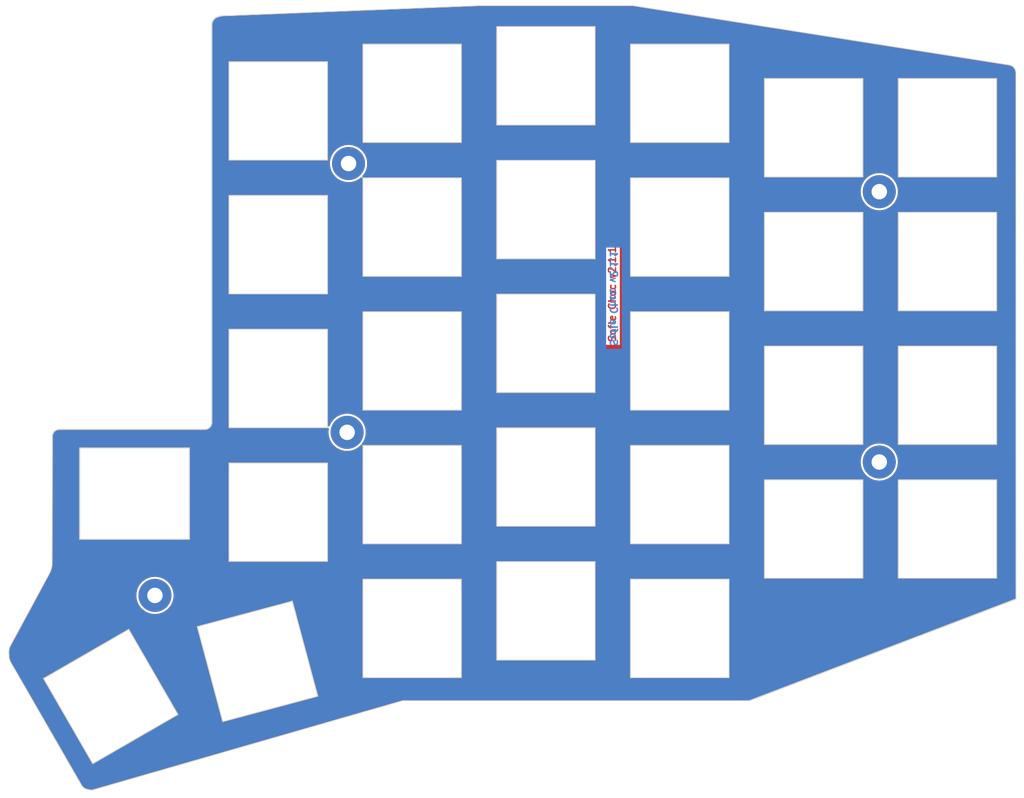
<source format=kicad_pcb>
(kicad_pcb (version 20221018) (generator pcbnew)
  (layers (0 "F.Cu" signal) (31 "B.Cu" signal) (34 "B.Paste" user) (35 "F.Paste" user) (36 "B.SilkS" user "B.Silkscreen") (37 "F.SilkS" user "F.Silkscreen") (38 "B.Mask" user) (39 "F.Mask" user) (44 "Edge.Cuts" user))
  (net 0 "")
  (footprint "SofleKeyboard-footprint:HOLE_M2_TH" (layer "F.Cu") (at 207.22 63.22)
    (fp_text reference "TH4" hide)
    (fp_text value "HOLE" hide)
    (pad "" thru_hole circle (at -0.225 -0.275 90) (size 4.7 4.7) (drill 2.2) (layers "*.Cu" "*.Mask" "Dwgs.User") (clearance 0.3))
  )
  (footprint "SofleKeyboard-footprint:HOLE_M2_TH" (layer "F.Cu") (at 131.4278 59.0114)
    (fp_text reference "TH3" hide)
    (fp_text value "HOLE" hide)
    (pad "" thru_hole circle (at 0.025 -0.075 90) (size 4.7 4.7) (drill 2.2) (layers "*.Cu" "*.Mask" "Dwgs.User") (clearance 0.3))
  )
  (footprint "SofleKeyboard-footprint:HOLE_M2_TH" (layer "F.Cu") (at 207.17 101.47)
    (fp_text reference "TH6" hide)
    (fp_text value "HOLE" hide)
    (pad "" thru_hole circle (at -0.175 -0.025 90) (size 4.7 4.7) (drill 2.2) (layers "*.Cu" "*.Mask" "Dwgs.User") (clearance 0.3))
  )
  (footprint "SofleKeyboard-footprint:HOLE_M2_TH" (layer "F.Cu") (at 131.2778 97.2914)
    (fp_text reference "TH5" hide)
    (fp_text value "HOLE" hide)
    (pad "" thru_hole circle (at -0.025 -0.075 90) (size 4.7 4.7) (drill 2.2) (layers "*.Cu" "*.Mask" "Dwgs.User") (clearance 0.3))
  )
  (footprint "SofleKeyboard-footprint:HOLE_M2_TH" (layer "F.Cu") (at 103.8978 120.4414 90)
    (fp_text reference "TH7" hide)
    (fp_text value "HOLE" hide)
    (pad "" thru_hole circle (at 0 0 180) (size 4.7 4.7) (drill 2.2) (layers "*.Cu" "*.Mask" "Dwgs.User") (clearance 0.3))
  )
  (footprint "SofleChocTop:SW_Hole" (layer "F.Cu") (at 216.6978 53.8414)
    (fp_text reference "SW2" hide)
    (fp_text value "KEY_SWITCH" hide)
    (fp_line (start -7 -7) (end -7 7) (stroke (width 0.12)) (layer "Edge.Cuts"))
    (fp_line (start -7 7) (end 7 7) (stroke (width 0.12)) (layer "Edge.Cuts"))
    (fp_line (start 7 -7) (end -7 -7) (stroke (width 0.12)) (layer "Edge.Cuts"))
    (fp_line (start 7 7) (end 7 -7) (stroke (width 0.12)) (layer "Edge.Cuts"))
  )
  (footprint "SofleChocTop:SW_Hole" (layer "F.Cu") (at 197.6478 53.8414)
    (fp_text reference "SW2" hide)
    (fp_text value "KEY_SWITCH" hide)
    (fp_line (start -7 -7) (end -7 7) (stroke (width 0.12)) (layer "Edge.Cuts"))
    (fp_line (start -7 7) (end 7 7) (stroke (width 0.12)) (layer "Edge.Cuts"))
    (fp_line (start 7 -7) (end -7 -7) (stroke (width 0.12)) (layer "Edge.Cuts"))
    (fp_line (start 7 7) (end 7 -7) (stroke (width 0.12)) (layer "Edge.Cuts"))
  )
  (footprint "SofleChocTop:SW_Hole" (layer "F.Cu") (at 197.6478 72.8914)
    (fp_text reference "SW2" hide)
    (fp_text value "KEY_SWITCH" hide)
    (fp_line (start -7 -7) (end -7 7) (stroke (width 0.12)) (layer "Edge.Cuts"))
    (fp_line (start -7 7) (end 7 7) (stroke (width 0.12)) (layer "Edge.Cuts"))
    (fp_line (start 7 -7) (end -7 -7) (stroke (width 0.12)) (layer "Edge.Cuts"))
    (fp_line (start 7 7) (end 7 -7) (stroke (width 0.12)) (layer "Edge.Cuts"))
  )
  (footprint "SofleChocTop:SW_Hole" (layer "F.Cu") (at 216.6978 72.8914)
    (fp_text reference "SW2" hide)
    (fp_text value "KEY_SWITCH" hide)
    (fp_line (start -7 -7) (end -7 7) (stroke (width 0.12)) (layer "Edge.Cuts"))
    (fp_line (start -7 7) (end 7 7) (stroke (width 0.12)) (layer "Edge.Cuts"))
    (fp_line (start 7 -7) (end -7 -7) (stroke (width 0.12)) (layer "Edge.Cuts"))
    (fp_line (start 7 7) (end 7 -7) (stroke (width 0.12)) (layer "Edge.Cuts"))
  )
  (footprint "SofleChocTop:SW_Hole" (layer "F.Cu") (at 197.6478 91.9414)
    (fp_text reference "SW2" hide)
    (fp_text value "KEY_SWITCH" hide)
    (fp_line (start -7 -7) (end -7 7) (stroke (width 0.12)) (layer "Edge.Cuts"))
    (fp_line (start -7 7) (end 7 7) (stroke (width 0.12)) (layer "Edge.Cuts"))
    (fp_line (start 7 -7) (end -7 -7) (stroke (width 0.12)) (layer "Edge.Cuts"))
    (fp_line (start 7 7) (end 7 -7) (stroke (width 0.12)) (layer "Edge.Cuts"))
  )
  (footprint "SofleChocTop:SW_Hole" (layer "F.Cu") (at 216.6978 91.9414)
    (fp_text reference "SW2" hide)
    (fp_text value "KEY_SWITCH" hide)
    (fp_line (start -7 -7) (end -7 7) (stroke (width 0.12)) (layer "Edge.Cuts"))
    (fp_line (start -7 7) (end 7 7) (stroke (width 0.12)) (layer "Edge.Cuts"))
    (fp_line (start 7 -7) (end -7 -7) (stroke (width 0.12)) (layer "Edge.Cuts"))
    (fp_line (start 7 7) (end 7 -7) (stroke (width 0.12)) (layer "Edge.Cuts"))
  )
  (footprint "SofleChocTop:SW_Hole" (layer "F.Cu") (at 197.6478 110.9914)
    (fp_text reference "SW2" hide)
    (fp_text value "KEY_SWITCH" hide)
    (fp_line (start -7 -7) (end -7 7) (stroke (width 0.12)) (layer "Edge.Cuts"))
    (fp_line (start -7 7) (end 7 7) (stroke (width 0.12)) (layer "Edge.Cuts"))
    (fp_line (start 7 -7) (end -7 -7) (stroke (width 0.12)) (layer "Edge.Cuts"))
    (fp_line (start 7 7) (end 7 -7) (stroke (width 0.12)) (layer "Edge.Cuts"))
  )
  (footprint "SofleChocTop:SW_Hole" (layer "F.Cu") (at 178.5978 48.9414)
    (fp_text reference "SW2" hide)
    (fp_text value "KEY_SWITCH" hide)
    (fp_line (start -7 -7) (end -7 7) (stroke (width 0.12)) (layer "Edge.Cuts"))
    (fp_line (start -7 7) (end 7 7) (stroke (width 0.12)) (layer "Edge.Cuts"))
    (fp_line (start 7 -7) (end -7 -7) (stroke (width 0.12)) (layer "Edge.Cuts"))
    (fp_line (start 7 7) (end 7 -7) (stroke (width 0.12)) (layer "Edge.Cuts"))
  )
  (footprint "SofleChocTop:SW_Hole" (layer "F.Cu") (at 178.5978 67.9914)
    (fp_text reference "SW2" hide)
    (fp_text value "KEY_SWITCH" hide)
    (fp_line (start -7 -7) (end -7 7) (stroke (width 0.12)) (layer "Edge.Cuts"))
    (fp_line (start -7 7) (end 7 7) (stroke (width 0.12)) (layer "Edge.Cuts"))
    (fp_line (start 7 -7) (end -7 -7) (stroke (width 0.12)) (layer "Edge.Cuts"))
    (fp_line (start 7 7) (end 7 -7) (stroke (width 0.12)) (layer "Edge.Cuts"))
  )
  (footprint "SofleChocTop:SW_Hole" (layer "F.Cu") (at 178.5978 87.0414)
    (fp_text reference "SW2" hide)
    (fp_text value "KEY_SWITCH" hide)
    (fp_line (start -7 -7) (end -7 7) (stroke (width 0.12)) (layer "Edge.Cuts"))
    (fp_line (start -7 7) (end 7 7) (stroke (width 0.12)) (layer "Edge.Cuts"))
    (fp_line (start 7 -7) (end -7 -7) (stroke (width 0.12)) (layer "Edge.Cuts"))
    (fp_line (start 7 7) (end 7 -7) (stroke (width 0.12)) (layer "Edge.Cuts"))
  )
  (footprint "SofleChocTop:SW_Hole" (layer "F.Cu") (at 178.5978 106.0914)
    (fp_text reference "SW2" hide)
    (fp_text value "KEY_SWITCH" hide)
    (fp_line (start -7 -7) (end -7 7) (stroke (width 0.12)) (layer "Edge.Cuts"))
    (fp_line (start -7 7) (end 7 7) (stroke (width 0.12)) (layer "Edge.Cuts"))
    (fp_line (start 7 -7) (end -7 -7) (stroke (width 0.12)) (layer "Edge.Cuts"))
    (fp_line (start 7 7) (end 7 -7) (stroke (width 0.12)) (layer "Edge.Cuts"))
  )
  (footprint "SofleChocTop:SW_Hole" (layer "F.Cu") (at 178.5978 125.1414)
    (fp_text reference "SW2" hide)
    (fp_text value "KEY_SWITCH" hide)
    (fp_line (start -7 -7) (end -7 7) (stroke (width 0.12)) (layer "Edge.Cuts"))
    (fp_line (start -7 7) (end 7 7) (stroke (width 0.12)) (layer "Edge.Cuts"))
    (fp_line (start 7 -7) (end -7 -7) (stroke (width 0.12)) (layer "Edge.Cuts"))
    (fp_line (start 7 7) (end 7 -7) (stroke (width 0.12)) (layer "Edge.Cuts"))
  )
  (footprint "SofleChocTop:SW_Hole" (layer "F.Cu") (at 159.5478 46.4414)
    (fp_text reference "SW2" hide)
    (fp_text value "KEY_SWITCH" hide)
    (fp_line (start -7 -7) (end -7 7) (stroke (width 0.12)) (layer "Edge.Cuts"))
    (fp_line (start -7 7) (end 7 7) (stroke (width 0.12)) (layer "Edge.Cuts"))
    (fp_line (start 7 -7) (end -7 -7) (stroke (width 0.12)) (layer "Edge.Cuts"))
    (fp_line (start 7 7) (end 7 -7) (stroke (width 0.12)) (layer "Edge.Cuts"))
  )
  (footprint "SofleChocTop:SW_Hole" (layer "F.Cu") (at 159.5478 65.4914)
    (fp_text reference "SW2" hide)
    (fp_text value "KEY_SWITCH" hide)
    (fp_line (start -7 -7) (end -7 7) (stroke (width 0.12)) (layer "Edge.Cuts"))
    (fp_line (start -7 7) (end 7 7) (stroke (width 0.12)) (layer "Edge.Cuts"))
    (fp_line (start 7 -7) (end -7 -7) (stroke (width 0.12)) (layer "Edge.Cuts"))
    (fp_line (start 7 7) (end 7 -7) (stroke (width 0.12)) (layer "Edge.Cuts"))
  )
  (footprint "SofleChocTop:SW_Hole" (layer "F.Cu") (at 159.5478 84.5414)
    (fp_text reference "SW2" hide)
    (fp_text value "KEY_SWITCH" hide)
    (fp_line (start -7 -7) (end -7 7) (stroke (width 0.12)) (layer "Edge.Cuts"))
    (fp_line (start -7 7) (end 7 7) (stroke (width 0.12)) (layer "Edge.Cuts"))
    (fp_line (start 7 -7) (end -7 -7) (stroke (width 0.12)) (layer "Edge.Cuts"))
    (fp_line (start 7 7) (end 7 -7) (stroke (width 0.12)) (layer "Edge.Cuts"))
  )
  (footprint "SofleChocTop:SW_Hole" (layer "F.Cu") (at 159.5478 103.5914)
    (fp_text reference "SW2" hide)
    (fp_text value "KEY_SWITCH" hide)
    (fp_line (start -7 -7) (end -7 7) (stroke (width 0.12)) (layer "Edge.Cuts"))
    (fp_line (start -7 7) (end 7 7) (stroke (width 0.12)) (layer "Edge.Cuts"))
    (fp_line (start 7 -7) (end -7 -7) (stroke (width 0.12)) (layer "Edge.Cuts"))
    (fp_line (start 7 7) (end 7 -7) (stroke (width 0.12)) (layer "Edge.Cuts"))
  )
  (footprint "SofleChocTop:SW_Hole" (layer "F.Cu") (at 159.5478 122.6414)
    (fp_text reference "SW2" hide)
    (fp_text value "KEY_SWITCH" hide)
    (fp_line (start -7 -7) (end -7 7) (stroke (width 0.12)) (layer "Edge.Cuts"))
    (fp_line (start -7 7) (end 7 7) (stroke (width 0.12)) (layer "Edge.Cuts"))
    (fp_line (start 7 -7) (end -7 -7) (stroke (width 0.12)) (layer "Edge.Cuts"))
    (fp_line (start 7 7) (end 7 -7) (stroke (width 0.12)) (layer "Edge.Cuts"))
  )
  (footprint "SofleChocTop:SW_Hole" (layer "F.Cu") (at 140.4978 48.9414)
    (fp_text reference "SW2" hide)
    (fp_text value "KEY_SWITCH" hide)
    (fp_line (start -7 -7) (end -7 7) (stroke (width 0.12)) (layer "Edge.Cuts"))
    (fp_line (start -7 7) (end 7 7) (stroke (width 0.12)) (layer "Edge.Cuts"))
    (fp_line (start 7 -7) (end -7 -7) (stroke (width 0.12)) (layer "Edge.Cuts"))
    (fp_line (start 7 7) (end 7 -7) (stroke (width 0.12)) (layer "Edge.Cuts"))
  )
  (footprint "SofleChocTop:SW_Hole" (layer "F.Cu") (at 140.4978 67.9914)
    (fp_text reference "SW2" hide)
    (fp_text value "KEY_SWITCH" hide)
    (fp_line (start -7 -7) (end -7 7) (stroke (width 0.12)) (layer "Edge.Cuts"))
    (fp_line (start -7 7) (end 7 7) (stroke (width 0.12)) (layer "Edge.Cuts"))
    (fp_line (start 7 -7) (end -7 -7) (stroke (width 0.12)) (layer "Edge.Cuts"))
    (fp_line (start 7 7) (end 7 -7) (stroke (width 0.12)) (layer "Edge.Cuts"))
  )
  (footprint "SofleChocTop:SW_Hole" (layer "F.Cu") (at 140.4978 87.0414)
    (fp_text reference "SW2" hide)
    (fp_text value "KEY_SWITCH" hide)
    (fp_line (start -7 -7) (end -7 7) (stroke (width 0.12)) (layer "Edge.Cuts"))
    (fp_line (start -7 7) (end 7 7) (stroke (width 0.12)) (layer "Edge.Cuts"))
    (fp_line (start 7 -7) (end -7 -7) (stroke (width 0.12)) (layer "Edge.Cuts"))
    (fp_line (start 7 7) (end 7 -7) (stroke (width 0.12)) (layer "Edge.Cuts"))
  )
  (footprint "SofleChocTop:SW_Hole" (layer "F.Cu") (at 140.4978 106.0914)
    (fp_text reference "SW2" hide)
    (fp_text value "KEY_SWITCH" hide)
    (fp_line (start -7 -7) (end -7 7) (stroke (width 0.12)) (layer "Edge.Cuts"))
    (fp_line (start -7 7) (end 7 7) (stroke (width 0.12)) (layer "Edge.Cuts"))
    (fp_line (start 7 -7) (end -7 -7) (stroke (width 0.12)) (layer "Edge.Cuts"))
    (fp_line (start 7 7) (end 7 -7) (stroke (width 0.12)) (layer "Edge.Cuts"))
  )
  (footprint "SofleChocTop:SW_Hole" (layer "F.Cu") (at 140.4978 125.1414)
    (fp_text reference "SW2" hide)
    (fp_text value "KEY_SWITCH" hide)
    (fp_line (start -7 -7) (end -7 7) (stroke (width 0.12)) (layer "Edge.Cuts"))
    (fp_line (start -7 7) (end 7 7) (stroke (width 0.12)) (layer "Edge.Cuts"))
    (fp_line (start 7 -7) (end -7 -7) (stroke (width 0.12)) (layer "Edge.Cuts"))
    (fp_line (start 7 7) (end 7 -7) (stroke (width 0.12)) (layer "Edge.Cuts"))
  )
  (footprint "SofleChocTop:SW_Hole" (layer "F.Cu") (at 121.4478 51.4414)
    (fp_text reference "SW2" hide)
    (fp_text value "KEY_SWITCH" hide)
    (fp_line (start -7 -7) (end -7 7) (stroke (width 0.12)) (layer "Edge.Cuts"))
    (fp_line (start -7 7) (end 7 7) (stroke (width 0.12)) (layer "Edge.Cuts"))
    (fp_line (start 7 -7) (end -7 -7) (stroke (width 0.12)) (layer "Edge.Cuts"))
    (fp_line (start 7 7) (end 7 -7) (stroke (width 0.12)) (layer "Edge.Cuts"))
  )
  (footprint "SofleChocTop:SW_Hole" (layer "F.Cu") (at 121.4478 70.4914)
    (fp_text reference "SW2" hide)
    (fp_text value "KEY_SWITCH" hide)
    (fp_line (start -7 -7) (end -7 7) (stroke (width 0.12)) (layer "Edge.Cuts"))
    (fp_line (start -7 7) (end 7 7) (stroke (width 0.12)) (layer "Edge.Cuts"))
    (fp_line (start 7 -7) (end -7 -7) (stroke (width 0.12)) (layer "Edge.Cuts"))
    (fp_line (start 7 7) (end 7 -7) (stroke (width 0.12)) (layer "Edge.Cuts"))
  )
  (footprint "SofleChocTop:SW_Hole" (layer "F.Cu") (at 121.4478 89.5414)
    (fp_text reference "SW2" hide)
    (fp_text value "KEY_SWITCH" hide)
    (fp_line (start -7 -7) (end -7 7) (stroke (width 0.12)) (layer "Edge.Cuts"))
    (fp_line (start -7 7) (end 7 7) (stroke (width 0.12)) (layer "Edge.Cuts"))
    (fp_line (start 7 -7) (end -7 -7) (stroke (width 0.12)) (layer "Edge.Cuts"))
    (fp_line (start 7 7) (end 7 -7) (stroke (width 0.12)) (layer "Edge.Cuts"))
  )
  (footprint "SofleChocTop:SW_Hole" (layer "F.Cu") (at 121.4478 108.5914)
    (fp_text reference "SW2" hide)
    (fp_text value "KEY_SWITCH" hide)
    (fp_line (start -7 -7) (end -7 7) (stroke (width 0.12)) (layer "Edge.Cuts"))
    (fp_line (start -7 7) (end 7 7) (stroke (width 0.12)) (layer "Edge.Cuts"))
    (fp_line (start 7 -7) (end -7 -7) (stroke (width 0.12)) (layer "Edge.Cuts"))
    (fp_line (start 7 7) (end 7 -7) (stroke (width 0.12)) (layer "Edge.Cuts"))
  )
  (footprint "SofleChocTop:SW_Hole" (layer "F.Cu") (at 118.4978 129.8414 -165)
    (fp_text reference "SW2" hide)
    (fp_text value "KEY_SWITCH" hide)
    (fp_line (start -7 -7) (end -7 7) (stroke (width 0.12)) (layer "Edge.Cuts"))
    (fp_line (start -7 7) (end 7 7) (stroke (width 0.12)) (layer "Edge.Cuts"))
    (fp_line (start 7 -7) (end -7 -7) (stroke (width 0.12)) (layer "Edge.Cuts"))
    (fp_line (start 7 7) (end 7 -7) (stroke (width 0.12)) (layer "Edge.Cuts"))
  )
  (footprint "SofleChocTop:SW_Hole" (layer "F.Cu") (at 97.6078 134.8414 120)
    (fp_text reference "SW2" hide)
    (fp_text value "KEY_SWITCH" hide)
    (fp_line (start -7 -7) (end -7 7) (stroke (width 0.12)) (layer "Edge.Cuts"))
    (fp_line (start -7 7) (end 7 7) (stroke (width 0.12)) (layer "Edge.Cuts"))
    (fp_line (start 7 -7) (end -7 -7) (stroke (width 0.12)) (layer "Edge.Cuts"))
    (fp_line (start 7 7) (end 7 -7) (stroke (width 0.12)) (layer "Edge.Cuts"))
  )
  (footprint "SofleChocTop:SW_Hole" (layer "F.Cu") (at 216.6978 110.9914)
    (fp_text reference "SW2" hide)
    (fp_text value "KEY_SWITCH" hide)
    (fp_line (start -7 -7) (end -7 7) (stroke (width 0.12)) (layer "Edge.Cuts"))
    (fp_line (start -7 7) (end 7 7) (stroke (width 0.12)) (layer "Edge.Cuts"))
    (fp_line (start 7 -7) (end -7 -7) (stroke (width 0.12)) (layer "Edge.Cuts"))
    (fp_line (start 7 7) (end 7 -7) (stroke (width 0.12)) (layer "Edge.Cuts"))
  )
  (gr_line (start 108.795 112.445) (end 108.795 106.445) (stroke (width 0.15)) (layer "Edge.Cuts"))
  (gr_line (start 226.278881 45.442807) (end 226.365281 45.623672) (stroke (width 0.1)) (layer "Edge.Cuts"))
  (gr_line (start 93.545 147.645) (end 83.295 129.845) (stroke (width 0.1)) (layer "Edge.Cuts"))
  (gr_line (start 171.945 36.445) (end 225.470441 44.890146) (stroke (width 0.1)) (layer "Edge.Cuts"))
  (gr_line (start 89.270257 115.845) (end 89.195 116.495) (stroke (width 0.1)) (layer "Edge.Cuts"))
  (gr_line (start 94.345 148.095) (end 94.895 148.195) (stroke (width 0.1)) (layer "Edge.Cuts"))
  (gr_line (start 83.145 129.345) (end 83.095 128.745) (stroke (width 0.1)) (layer "Edge.Cuts"))
  (gr_line (start 93.895 147.945) (end 94.345 148.095) (stroke (width 0.1)) (layer "Edge.Cuts"))
  (gr_line (start 225.672111 44.941776) (end 225.856871 45.026466) (stroke (width 0.1)) (layer "Edge.Cuts"))
  (gr_line (start 226.465181 120.945) (end 188.495 135.445) (stroke (width 0.15)) (layer "Edge.Cuts"))
  (gr_line (start 89.195 116.495) (end 88.995 117.095) (stroke (width 0.1)) (layer "Edge.Cuts"))
  (gr_line (start 83.095 128.745) (end 83.095 128.345) (stroke (width 0.1)) (layer "Edge.Cuts"))
  (gr_line (start 93.545 147.645) (end 93.895 147.945) (stroke (width 0.1)) (layer "Edge.Cuts"))
  (gr_line (start 225.470441 44.890146) (end 225.672111 44.941776) (stroke (width 0.1)) (layer "Edge.Cuts"))
  (gr_line (start 226.438181 46.026902) (end 226.465181 120.945) (stroke (width 0.1)) (layer "Edge.Cuts"))
  (gr_line (start 226.419381 45.819571) (end 226.438181 46.026902) (stroke (width 0.1)) (layer "Edge.Cuts"))
  (gr_line (start 83.195 127.845) (end 88.995 117.095) (stroke (width 0.1)) (layer "Edge.Cuts"))
  (gr_line (start 226.365281 45.623672) (end 226.419381 45.819571) (stroke (width 0.1)) (layer "Edge.Cuts"))
  (gr_line (start 149.995 36.445) (end 113.395 37.9) (stroke (width 0.1)) (layer "Edge.Cuts"))
  (gr_line (start 139.149128 135.445) (end 188.495 135.445) (stroke (width 0.1)) (layer "Edge.Cuts"))
  (gr_line (start 83.295 129.845) (end 83.145 129.345) (stroke (width 0.1)) (layer "Edge.Cuts"))
  (gr_line (start 83.095 128.345) (end 83.195 127.845) (stroke (width 0.1)) (layer "Edge.Cuts"))
  (gr_line (start 139.149128 135.445) (end 94.895 148.195) (stroke (width 0.1)) (layer "Edge.Cuts"))
  (gr_line (start 226.021621 45.1406) (end 226.163321 45.280582) (stroke (width 0.1)) (layer "Edge.Cuts"))
  (gr_line (start 149.995 36.445) (end 171.945 36.445) (stroke (width 0.1)) (layer "Edge.Cuts"))
  (gr_line (start 226.163321 45.280582) (end 226.278881 45.442807) (stroke (width 0.1)) (layer "Edge.Cuts"))
  (gr_line (start 89.270257 115.845) (end 89.3 97.8) (stroke (width 0.1)) (layer "Edge.Cuts"))
  (gr_line (start 225.856871 45.026466) (end 226.021621 45.1406) (stroke (width 0.1)) (layer "Edge.Cuts"))
  (gr_line (start 108.795 99.445) (end 93.195 99.445) (stroke (width 0.15)) (layer "Edge.Cuts"))
  (gr_arc (start 89.3 97.8) (mid 89.592893 97.092893) (end 90.3 96.8) (stroke (width 0.15)) (layer "Edge.Cuts"))
  (gr_line (start 111.995 95.8) (end 111.995 39.045) (stroke (width 0.15)) (layer "Edge.Cuts"))
  (gr_line (start 93.195 112.445) (end 108.795 112.445) (stroke (width 0.15)) (layer "Edge.Cuts"))
  (gr_line (start 111.995 39.045) (end 112.095 38.7) (stroke (width 0.15)) (layer "Edge.Cuts"))
  (gr_line (start 112.695 38.1) (end 112.995 38) (stroke (width 0.15)) (layer "Edge.Cuts"))
  (gr_line (start 112.995 38) (end 113.395 37.9) (stroke (width 0.15)) (layer "Edge.Cuts"))
  (gr_line (start 112.095 38.7) (end 112.295 38.4) (stroke (width 0.15)) (layer "Edge.Cuts"))
  (gr_line (start 108.795 106.445) (end 108.795 99.445) (stroke (width 0.15)) (layer "Edge.Cuts"))
  (gr_line (start 90.3 96.8) (end 110.995 96.8) (stroke (width 0.15)) (layer "Edge.Cuts"))
  (gr_arc (start 111.995 95.8) (mid 111.702107 96.507107) (end 110.995 96.8) (stroke (width 0.15)) (layer "Edge.Cuts"))
  (gr_line (start 112.495 38.2) (end 112.695 38.1) (stroke (width 0.15)) (layer "Edge.Cuts"))
  (gr_line (start 112.295 38.4) (end 112.495 38.2) (stroke (width 0.15)) (layer "Edge.Cuts"))
  (gr_line (start 93.195 99.445) (end 93.195 112.445) (stroke (width 0.15)) (layer "Edge.Cuts"))
  (gr_text "Sofle Choc v2.1.1" (at 168.993 77.5375 90) (layer "F.Cu") (effects (font (size 1 1) (thickness 0.2))))
  (gr_text "Sofle Choc v2.1.1" (at 169.1835 78.109 270) (layer "B.Cu") (effects (font (size 1 1) (thickness 0.2)) (justify mirror)))
  (zone (net 0) (net_name "") (layer "F.Cu") (connect_pads (clearance 0.508)) (min_thickness 0.254) (fill yes (thermal_gap 0.508) (thermal_bridge_width 0.508))
    (polygon (pts (xy 81.945 128.645) (xy 93.895 149.095) (xy 138.995 136.395) (xy 158.245 136.495) (xy 188.445 136.295) (xy 226.895 122.945) (xy 226.995 44.245) (xy 172.695 35.745) (xy 88.445 38.045) (xy 88.795 116.445)))
  )
  (zone (net 0) (net_name "") (layer "B.Cu") (connect_pads (clearance 0.508)) (min_thickness 0.254) (fill yes (thermal_gap 0.508) (thermal_bridge_width 0.508))
    (polygon (pts (xy 81.845 128.695) (xy 93.595 149.295) (xy 139.095 136.295) (xy 188.445 136.745) (xy 227.595 123.145) (xy 226.795 44.745) (xy 172.495 35.645) (xy 88.595 38.345) (xy 88.945 116.095)))
  )
)
</source>
